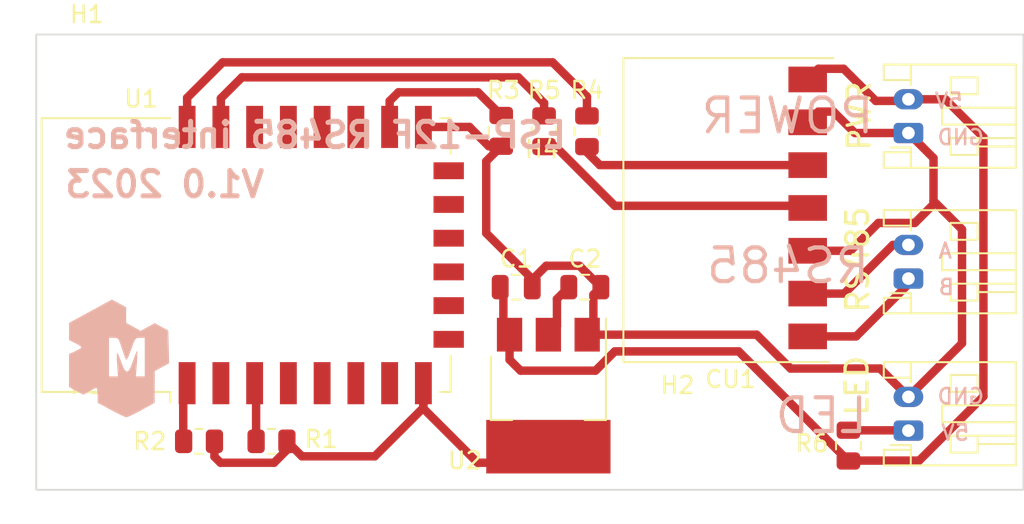
<source format=kicad_pcb>
(kicad_pcb (version 20211014) (generator pcbnew)
  (layers (0 "F.Cu" signal) (31 "B.Cu" signal) (34 "B.Paste" user) (35 "F.Paste" user) (36 "B.SilkS" user "B.Silkscreen") (37 "F.SilkS" user "F.Silkscreen") (38 "B.Mask" user) (39 "F.Mask" user) (44 "Edge.Cuts" user))
  (net 0 "")
  (net 1 "+5V")
  (net 2 "GND")
  (net 3 "+3.3V")
  (net 4 "Net-(CU1-Pad3)")
  (net 5 "Net-(CU1-Pad4)")
  (net 6 "/IN_A")
  (net 7 "/IN_B")
  (net 8 "Net-(R1-Pad2)")
  (net 9 "Net-(R2-Pad2)")
  (net 10 "Net-(R3-Pad1)")
  (net 11 "/ESP_TX")
  (net 12 "/ESP_RX")
  (net 28 "Net-(J3-Pad1)")
  (footprint "-local:R411A01" (layer "F.Cu") (at 114.3 57.404)
    (fp_text reference "CU1" (at 5.842 18.542 unlocked) (layer "F.SilkS"))
    (fp_text value "R411A01")
    (fp_line (start 11.938 -0.508) (end -0.508 -0.508) (layer "F.SilkS") (width 0.12))
    (fp_line (start -0.508 -0.508) (end -0.508 17.526) (layer "F.SilkS") (width 0.12))
    (fp_line (start -0.508 17.526) (end 11.684 17.526) (layer "F.SilkS") (width 0.12))
    (pad "1" smd rect (at 10.414 0.762) (size 2.286 1.524) (layers "F.Cu" "F.Paste" "F.Mask") (net 1 "+5V"))
    (pad "2" smd rect (at 10.414 3.302) (size 2.286 1.524) (layers "F.Cu" "F.Paste" "F.Mask") (net 2 "GND"))
    (pad "3" smd rect (at 10.414 5.842) (size 2.286 1.524) (layers "F.Cu" "F.Paste" "F.Mask") (net 4 "Net-(CU1-Pad3)"))
    (pad "4" smd rect (at 10.414 8.382) (size 2.286 1.524) (layers "F.Cu" "F.Paste" "F.Mask") (net 5 "Net-(CU1-Pad4)"))
    (pad "5" smd rect (at 10.414 10.922) (size 2.286 1.524) (layers "F.Cu" "F.Paste" "F.Mask") (net 2 "GND"))
    (pad "6" smd rect (at 10.414 13.462) (size 2.286 1.524) (layers "F.Cu" "F.Paste" "F.Mask") (net 6 "/IN_A"))
    (pad "7" smd rect (at 10.414 16.002) (size 2.286 1.524) (layers "F.Cu" "F.Paste" "F.Mask") (net 7 "/IN_B"))
  )
  (footprint "Resistor_SMD:R_0805_2012Metric" (layer "F.Cu") (at 106.553 61.214 -90)
    (fp_text reference "R3" (at -2.413 -0.127 180) (layer "F.SilkS"))
    (fp_text value "10k")
    (fp_line (start -0.227064 0.735) (end 0.227064 0.735) (layer "F.SilkS") (width 0.12))
    (fp_line (start -0.227064 -0.735) (end 0.227064 -0.735) (layer "F.SilkS") (width 0.12))
    (pad "1" smd roundrect (at -0.9125 0 270) (size 1.025 1.4) (layers "F.Cu" "F.Paste" "F.Mask") (roundrect_rratio 0.243902) (net 10 "Net-(R3-Pad1)"))
    (pad "2" smd roundrect (at 0.9125 0 270) (size 1.025 1.4) (layers "F.Cu" "F.Paste" "F.Mask") (roundrect_rratio 0.243902) (net 2 "GND"))
  )
  (footprint "Resistor_SMD:R_0805_2012Metric" (layer "F.Cu") (at 92.9405 79.629 180)
    (fp_text reference "R1" (at -2.9445 0.127) (layer "F.SilkS"))
    (fp_text value "10k")
    (fp_line (start -0.227064 -0.735) (end 0.227064 -0.735) (layer "F.SilkS") (width 0.12))
    (fp_line (start -0.227064 0.735) (end 0.227064 0.735) (layer "F.SilkS") (width 0.12))
    (pad "1" smd roundrect (at -0.9125 0 180) (size 1.025 1.4) (layers "F.Cu" "F.Paste" "F.Mask") (roundrect_rratio 0.243902) (net 3 "+3.3V"))
    (pad "2" smd roundrect (at 0.9125 0 180) (size 1.025 1.4) (layers "F.Cu" "F.Paste" "F.Mask") (roundrect_rratio 0.243902) (net 8 "Net-(R1-Pad2)"))
  )
  (footprint "Connector_JST:JST_PH_S2B-PH-K_1x02_P2.00mm_Horizontal" (layer "F.Cu") (at 130.683 61.341 90)
    (fp_text reference "J2")
    (fp_text value "PWR" (at 1.016 -2.921 90) (layer "F.SilkS") (effects (font (size 1.3 1.3) (thickness 0.2))))
    (fp_line (start -0.8 4.1) (end -0.8 6.36) (layer "F.SilkS") (width 0.12))
    (fp_line (start -2.06 -1.46) (end -2.06 6.36) (layer "F.SilkS") (width 0.12))
    (fp_line (start 1.5 2) (end 1.5 6.36) (layer "F.SilkS") (width 0.12))
    (fp_line (start 0.5 2) (end 1.5 2) (layer "F.SilkS") (width 0.12))
    (fp_line (start -1.14 0.14) (end -1.14 -1.46) (layer "F.SilkS") (width 0.12))
    (fp_line (start -0.86 0.14) (end -1.14 0.14) (layer "F.SilkS") (width 0.12))
    (fp_line (start -0.3 4.1) (end -0.3 6.36) (layer "F.SilkS") (width 0.12))
    (fp_line (start -2.06 0.14) (end -1.14 0.14) (layer "F.SilkS") (width 0.12))
    (fp_line (start 4.06 6.36) (end 4.06 -1.46) (layer "F.SilkS") (width 0.12))
    (fp_line (start -1.3 4.1) (end -0.3 4.1) (layer "F.SilkS") (width 0.12))
    (fp_line (start 3.3 2.5) (end 3.3 4.1) (layer "F.SilkS") (width 0.12))
    (fp_line (start 3.3 4.1) (end 2.3 4.1) (layer "F.SilkS") (width 0.12))
    (fp_line (start -1.14 -1.46) (end -2.06 -1.46) (layer "F.SilkS") (width 0.12))
    (fp_line (start 2.3 4.1) (end 2.3 2.5) (layer "F.SilkS") (width 0.12))
    (fp_line (start -0.3 2.5) (end -1.3 2.5) (layer "F.SilkS") (width 0.12))
    (fp_line (start -1.3 2.5) (end -1.3 4.1) (layer "F.SilkS") (width 0.12))
    (fp_line (start 4.06 -1.46) (end 3.14 -1.46) (layer "F.SilkS") (width 0.12))
    (fp_line (start 4.06 0.14) (end 3.14 0.14) (layer "F.SilkS") (width 0.12))
    (fp_line (start -0.86 0.14) (end -0.86 -1.075) (layer "F.SilkS") (width 0.12))
    (fp_line (start 2.3 2.5) (end 3.3 2.5) (layer "F.SilkS") (width 0.12))
    (fp_line (start 0.5 6.36) (end 0.5 2) (layer "F.SilkS") (width 0.12))
    (fp_line (start -0.3 4.1) (end -0.3 2.5) (layer "F.SilkS") (width 0.12))
    (fp_line (start -2.06 6.36) (end 4.06 6.36) (layer "F.SilkS") (width 0.12))
    (fp_line (start 3.14 0.14) (end 2.86 0.14) (layer "F.SilkS") (width 0.12))
    (fp_line (start 3.14 -1.46) (end 3.14 0.14) (layer "F.SilkS") (width 0.12))
    (pad "1" thru_hole roundrect (at 0 0 90) (size 1.2 1.75) (drill 0.75) (layers *.Cu *.Mask) (roundrect_rratio 0.208333) (net 2 "GND"))
    (pad "2" thru_hole oval (at 2 0 90) (size 1.2 1.75) (drill 0.75) (layers *.Cu *.Mask) (net 1 "+5V"))
  )
  (footprint "Resistor_SMD:R_0805_2012Metric" (layer "F.Cu") (at 109.093 61.2375 -90)
    (fp_text reference "R5" (at -2.4365 0 180) (layer "F.SilkS"))
    (fp_text value "0")
    (fp_line (start -0.227064 -0.735) (end 0.227064 -0.735) (layer "F.SilkS") (width 0.12))
    (fp_line (start -0.227064 0.735) (end 0.227064 0.735) (layer "F.SilkS") (width 0.12))
    (pad "1" smd roundrect (at -0.9125 0 270) (size 1.025 1.4) (layers "F.Cu" "F.Paste" "F.Mask") (roundrect_rratio 0.243902) (net 12 "/ESP_RX"))
    (pad "2" smd roundrect (at 0.9125 0 270) (size 1.025 1.4) (layers "F.Cu" "F.Paste" "F.Mask") (roundrect_rratio 0.243902) (net 5 "Net-(CU1-Pad4)"))
  )
  (footprint "MountingHole:MountingHole_2.7mm" (layer "F.Cu") (at 117 80)
    (fp_text reference "H2" (at 0 -3.7) (layer "F.SilkS"))
    (fp_text value "MountingHole")
    (pad "" np_thru_hole circle (at 0 0) (size 2.7 2.7) (drill 2.7) (layers *.Cu *.Mask))
  )
  (footprint "Resistor_SMD:R_0805_2012Metric" (layer "F.Cu") (at 127.127 79.883 90)
    (fp_text reference "R6" (at 0.127 -2.159 180) (layer "F.SilkS"))
    (fp_text value "0")
    (fp_line (start -0.227064 -0.735) (end 0.227064 -0.735) (layer "F.SilkS") (width 0.12))
    (fp_line (start -0.227064 0.735) (end 0.227064 0.735) (layer "F.SilkS") (width 0.12))
    (pad "1" smd roundrect (at -0.9125 0 90) (size 1.025 1.4) (layers "F.Cu" "F.Paste" "F.Mask") (roundrect_rratio 0.243902) (net 1 "+5V"))
    (pad "2" smd roundrect (at 0.9125 0 90) (size 1.025 1.4) (layers "F.Cu" "F.Paste" "F.Mask") (roundrect_rratio 0.243902) (net 28 "Net-(J3-Pad1)"))
  )
  (footprint "MountingHole:MountingHole_2.7mm" (layer "F.Cu") (at 108.966 66)
    (fp_text reference "H4" (at 0 -3.7) (layer "F.SilkS"))
    (fp_text value "MountingHole")
    (pad "" np_thru_hole circle (at 0 0) (size 2.7 2.7) (drill 2.7) (layers *.Cu *.Mask))
  )
  (footprint "Resistor_SMD:R_0805_2012Metric" (layer "F.Cu") (at 111.633 61.2375 -90)
    (fp_text reference "R4" (at -2.4365 0 180) (layer "F.SilkS"))
    (fp_text value "0")
    (fp_line (start -0.227064 0.735) (end 0.227064 0.735) (layer "F.SilkS") (width 0.12))
    (fp_line (start -0.227064 -0.735) (end 0.227064 -0.735) (layer "F.SilkS") (width 0.12))
    (pad "1" smd roundrect (at -0.9125 0 270) (size 1.025 1.4) (layers "F.Cu" "F.Paste" "F.Mask") (roundrect_rratio 0.243902) (net 11 "/ESP_TX"))
    (pad "2" smd roundrect (at 0.9125 0 270) (size 1.025 1.4) (layers "F.Cu" "F.Paste" "F.Mask") (roundrect_rratio 0.243902) (net 4 "Net-(CU1-Pad3)"))
  )
  (footprint "MountingHole:MountingHole_2.7mm" (layer "F.Cu") (at 82 80)
    (fp_text reference "H3" (at 0 -3.7) (layer "F.SilkS"))
    (fp_text value "MountingHole")
    (pad "" np_thru_hole circle (at 0 0) (size 2.7 2.7) (drill 2.7) (layers *.Cu *.Mask))
  )
  (footprint "Package_TO_SOT_SMD:SOT-223-3_TabPin2" (layer "F.Cu") (at 109.347 76.454 -90)
    (fp_text reference "U2" (at 4.318 4.953 180) (layer "F.SilkS"))
    (fp_text value "AMS1117-3.3")
    (fp_line (start -1.85 3.41) (end 1.91 3.41) (layer "F.SilkS") (width 0.12))
    (fp_line (start 1.91 3.41) (end 1.91 2.15) (layer "F.SilkS") (width 0.12))
    (fp_line (start 1.91 -3.41) (end 1.91 -2.15) (layer "F.SilkS") (width 0.12))
    (fp_line (start -4.1 -3.41) (end 1.91 -3.41) (layer "F.SilkS") (width 0.12))
    (pad "1" smd rect (at -3.15 -2.3 270) (size 2 1.5) (layers "F.Cu" "F.Paste" "F.Mask") (net 2 "GND"))
    (pad "2" smd rect (at -3.15 0 270) (size 2 1.5) (layers "F.Cu" "F.Paste" "F.Mask") (net 3 "+3.3V"))
    (pad "2" smd rect (at 3.15 0 270) (size 2 3.8) (layers "F.Cu" "F.Paste" "F.Mask") (net 3 "+3.3V"))
    (pad "3" smd rect (at -3.15 2.3 270) (size 2 1.5) (layers "F.Cu" "F.Paste" "F.Mask") (net 1 "+5V"))
  )
  (footprint "Connector_JST:JST_PH_S2B-PH-K_1x02_P2.00mm_Horizontal" (layer "F.Cu") (at 130.683 69.977 90)
    (fp_text reference "J1")
    (fp_text value "RS485" (at 1.127 -3.011 90) (layer "F.SilkS") (effects (font (size 1.3 1.3) (thickness 0.2))))
    (fp_line (start 3.14 0.14) (end 2.86 0.14) (layer "F.SilkS") (width 0.12))
    (fp_line (start -1.14 -1.46) (end -2.06 -1.46) (layer "F.SilkS") (width 0.12))
    (fp_line (start 4.06 6.36) (end 4.06 -1.46) (layer "F.SilkS") (width 0.12))
    (fp_line (start -1.3 4.1) (end -0.3 4.1) (layer "F.SilkS") (width 0.12))
    (fp_line (start -1.3 2.5) (end -1.3 4.1) (layer "F.SilkS") (width 0.12))
    (fp_line (start 4.06 0.14) (end 3.14 0.14) (layer "F.SilkS") (width 0.12))
    (fp_line (start 4.06 -1.46) (end 3.14 -1.46) (layer "F.SilkS") (width 0.12))
    (fp_line (start -0.86 0.14) (end -1.14 0.14) (layer "F.SilkS") (width 0.12))
    (fp_line (start 3.3 4.1) (end 2.3 4.1) (layer "F.SilkS") (width 0.12))
    (fp_line (start -0.3 4.1) (end -0.3 6.36) (layer "F.SilkS") (width 0.12))
    (fp_line (start 0.5 6.36) (end 0.5 2) (layer "F.SilkS") (width 0.12))
    (fp_line (start -0.3 4.1) (end -0.3 2.5) (layer "F.SilkS") (width 0.12))
    (fp_line (start -1.14 0.14) (end -1.14 -1.46) (layer "F.SilkS") (width 0.12))
    (fp_line (start 2.3 2.5) (end 3.3 2.5) (layer "F.SilkS") (width 0.12))
    (fp_line (start 3.14 -1.46) (end 3.14 0.14) (layer "F.SilkS") (width 0.12))
    (fp_line (start 1.5 2) (end 1.5 6.36) (layer "F.SilkS") (width 0.12))
    (fp_line (start -2.06 0.14) (end -1.14 0.14) (layer "F.SilkS") (width 0.12))
    (fp_line (start -0.8 4.1) (end -0.8 6.36) (layer "F.SilkS") (width 0.12))
    (fp_line (start -2.06 -1.46) (end -2.06 6.36) (layer "F.SilkS") (width 0.12))
    (fp_line (start 0.5 2) (end 1.5 2) (layer "F.SilkS") (width 0.12))
    (fp_line (start 3.3 2.5) (end 3.3 4.1) (layer "F.SilkS") (width 0.12))
    (fp_line (start -0.3 2.5) (end -1.3 2.5) (layer "F.SilkS") (width 0.12))
    (fp_line (start -0.86 0.14) (end -0.86 -1.075) (layer "F.SilkS") (width 0.12))
    (fp_line (start 2.3 4.1) (end 2.3 2.5) (layer "F.SilkS") (width 0.12))
    (fp_line (start -2.06 6.36) (end 4.06 6.36) (layer "F.SilkS") (width 0.12))
    (pad "1" thru_hole roundrect (at 0 0 90) (size 1.2 1.75) (drill 0.75) (layers *.Cu *.Mask) (roundrect_rratio 0.208333) (net 7 "/IN_B"))
    (pad "2" thru_hole oval (at 2 0 90) (size 1.2 1.75) (drill 0.75) (layers *.Cu *.Mask) (net 6 "/IN_A"))
  )
  (footprint "RF_Module:ESP-12E" (layer "F.Cu") (at 91.44 68.58 90)
    (fp_text reference "U1" (at 9.271 -6.223 180) (layer "F.SilkS"))
    (fp_text value "ESP-12F")
    (fp_line (start -8.12 -4.5) (end -8.73 -4.5) (layer "F.SilkS") (width 0.12))
    (fp_line (start 8.12 11.5) (end 8.12 12.12) (layer "F.SilkS") (width 0.12))
    (fp_line (start 8.12 12.12) (end 6 12.12) (layer "F.SilkS") (width 0.12))
    (fp_line (start -8.12 -12.12) (end 8.12 -12.12) (layer "F.SilkS") (width 0.12))
    (fp_line (start -8.12 12.12) (end -8.12 11.5) (layer "F.SilkS") (width 0.12))
    (fp_line (start -8.12 -4.5) (end -8.12 -12.12) (layer "F.SilkS") (width 0.12))
    (fp_line (start 8.12 -12.12) (end 8.12 -4.5) (layer "F.SilkS") (width 0.12))
    (fp_line (start -6 12.12) (end -8.12 12.12) (layer "F.SilkS") (width 0.12))
    (pad "1" smd rect (at -7.6 -3.5 90) (size 2.5 1) (layers "F.Cu" "F.Paste" "F.Mask") (net 9 "Net-(R2-Pad2)"))
    (pad "2" smd rect (at -7.6 -1.5 90) (size 2.5 1) (layers "F.Cu" "F.Paste" "F.Mask"))
    (pad "3" smd rect (at -7.6 0.5 90) (size 2.5 1) (layers "F.Cu" "F.Paste" "F.Mask") (net 8 "Net-(R1-Pad2)"))
    (pad "4" smd rect (at -7.6 2.5 90) (size 2.5 1) (layers "F.Cu" "F.Paste" "F.Mask"))
    (pad "5" smd rect (at -7.6 4.5 90) (size 2.5 1) (layers "F.Cu" "F.Paste" "F.Mask"))
    (pad "6" smd rect (at -7.6 6.5 90) (size 2.5 1) (layers "F.Cu" "F.Paste" "F.Mask"))
    (pad "7" smd rect (at -7.6 8.5 90) (size 2.5 1) (layers "F.Cu" "F.Paste" "F.Mask"))
    (pad "8" smd rect (at -7.6 10.5 90) (size 2.5 1) (layers "F.Cu" "F.Paste" "F.Mask") (net 3 "+3.3V"))
    (pad "9" smd rect (at -5 12 90) (size 1 1.8) (layers "F.Cu" "F.Paste" "F.Mask"))
    (pad "10" smd rect (at -3 12 90) (size 1 1.8) (layers "F.Cu" "F.Paste" "F.Mask"))
    (pad "11" smd rect (at -1 12 90) (size 1 1.8) (layers "F.Cu" "F.Paste" "F.Mask"))
    (pad "12" smd rect (at 1 12 90) (size 1 1.8) (layers "F.Cu" "F.Paste" "F.Mask"))
    (pad "13" smd rect (at 3 12 90) (size 1 1.8) (layers "F.Cu" "F.Paste" "F.Mask"))
    (pad "14" smd rect (at 5 12 90) (size 1 1.8) (layers "F.Cu" "F.Paste" "F.Mask"))
    (pad "15" smd rect (at 7.6 10.5 90) (size 2.5 1) (layers "F.Cu" "F.Paste" "F.Mask") (net 2 "GND"))
    (pad "16" smd rect (at 7.6 8.5 90) (size 2.5 1) (layers "F.Cu" "F.Paste" "F.Mask") (net 10 "Net-(R3-Pad1)"))
    (pad "17" smd rect (at 7.6 6.5 90) (size 2.5 1) (layers "F.Cu" "F.Paste" "F.Mask"))
    (pad "18" smd rect (at 7.6 4.5 90) (size 2.5 1) (layers "F.Cu" "F.Paste" "F.Mask"))
    (pad "19" smd rect (at 7.6 2.5 90) (size 2.5 1) (layers "F.Cu" "F.Paste" "F.Mask"))
    (pad "20" smd rect (at 7.6 0.5 90) (size 2.5 1) (layers "F.Cu" "F.Paste" "F.Mask"))
    (pad "21" smd rect (at 7.6 -1.5 90) (size 2.5 1) (layers "F.Cu" "F.Paste" "F.Mask") (net 12 "/ESP_RX"))
    (pad "22" smd rect (at 7.6 -3.5 90) (size 2.5 1) (layers "F.Cu" "F.Paste" "F.Mask") (net 11 "/ESP_TX"))
    (zone (net 0) (net_name "") (layers *.Cu) (connect_pads (clearance 0)) (min_thickness 0.254)
      (keepout (tracks not_allowed) (vias not_allowed) (pads not_allowed) (copperpour not_allowed) (footprints not_allowed))
      (fill (thermal_gap 0.508) (thermal_bridge_width 0.508))
      (polygon (pts (xy 86.64 76.7) (xy 86.64 60.46) (xy 79.32 60.46) (xy 79.32 76.7)))
    )
  )
  (footprint "Connector_JST:JST_PH_S2B-PH-K_1x02_P2.00mm_Horizontal" (layer "F.Cu") (at 130.683 78.994 90)
    (fp_text reference "J3")
    (fp_text value "LED" (at 2.667 -3.048 90) (layer "F.SilkS") (effects (font (size 1.3 1.3) (thickness 0.2))))
    (fp_line (start 4.06 0.14) (end 3.14 0.14) (layer "F.SilkS") (width 0.12))
    (fp_line (start 4.06 -1.46) (end 3.14 -1.46) (layer "F.SilkS") (width 0.12))
    (fp_line (start -1.3 2.5) (end -1.3 4.1) (layer "F.SilkS") (width 0.12))
    (fp_line (start -0.86 0.14) (end -0.86 -1.075) (layer "F.SilkS") (width 0.12))
    (fp_line (start 3.14 -1.46) (end 3.14 0.14) (layer "F.SilkS") (width 0.12))
    (fp_line (start -0.3 4.1) (end -0.3 6.36) (layer "F.SilkS") (width 0.12))
    (fp_line (start 3.3 4.1) (end 2.3 4.1) (layer "F.SilkS") (width 0.12))
    (fp_line (start 0.5 6.36) (end 0.5 2) (layer "F.SilkS") (width 0.12))
    (fp_line (start -2.06 6.36) (end 4.06 6.36) (layer "F.SilkS") (width 0.12))
    (fp_line (start 1.5 2) (end 1.5 6.36) (layer "F.SilkS") (width 0.12))
    (fp_line (start -2.06 0.14) (end -1.14 0.14) (layer "F.SilkS") (width 0.12))
    (fp_line (start -1.14 -1.46) (end -2.06 -1.46) (layer "F.SilkS") (width 0.12))
    (fp_line (start -1.14 0.14) (end -1.14 -1.46) (layer "F.SilkS") (width 0.12))
    (fp_line (start -0.86 0.14) (end -1.14 0.14) (layer "F.SilkS") (width 0.12))
    (fp_line (start 2.3 2.5) (end 3.3 2.5) (layer "F.SilkS") (width 0.12))
    (fp_line (start -0.3 2.5) (end -1.3 2.5) (layer "F.SilkS") (width 0.12))
    (fp_line (start 3.3 2.5) (end 3.3 4.1) (layer "F.SilkS") (width 0.12))
    (fp_line (start 0.5 2) (end 1.5 2) (layer "F.SilkS") (width 0.12))
    (fp_line (start -0.3 4.1) (end -0.3 2.5) (layer "F.SilkS") (width 0.12))
    (fp_line (start -0.8 4.1) (end -0.8 6.36) (layer "F.SilkS") (width 0.12))
    (fp_line (start -2.06 -1.46) (end -2.06 6.36) (layer "F.SilkS") (width 0.12))
    (fp_line (start 3.14 0.14) (end 2.86 0.14) (layer "F.SilkS") (width 0.12))
    (fp_line (start 2.3 4.1) (end 2.3 2.5) (layer "F.SilkS") (width 0.12))
    (fp_line (start -1.3 4.1) (end -0.3 4.1) (layer "F.SilkS") (width 0.12))
    (fp_line (start 4.06 6.36) (end 4.06 -1.46) (layer "F.SilkS") (width 0.12))
    (pad "1" thru_hole roundrect (at 0 0 90) (size 1.2 1.75) (drill 0.75) (layers *.Cu *.Mask) (roundrect_rratio 0.208333) (net 28 "Net-(J3-Pad1)"))
    (pad "2" thru_hole oval (at 2 0 90) (size 1.2 1.75) (drill 0.75) (layers *.Cu *.Mask) (net 2 "GND"))
  )
  (footprint "Capacitor_SMD:C_0805_2012Metric" (layer "F.Cu") (at 107.442 70.485)
    (fp_text reference "C1" (at 0 -1.68) (layer "F.SilkS"))
    (fp_text value "10u")
    (fp_line (start -0.261252 -0.735) (end 0.261252 -0.735) (layer "F.SilkS") (width 0.12))
    (fp_line (start -0.261252 0.735) (end 0.261252 0.735) (layer "F.SilkS") (width 0.12))
    (pad "1" smd roundrect (at -0.95 0) (size 1 1.45) (layers "F.Cu" "F.Paste" "F.Mask") (net 1 "+5V"))
    (pad "2" smd roundrect (at 0.95 0) (size 1 1.45) (layers "F.Cu" "F.Paste" "F.Mask") (net 2 "GND"))
  )
  (footprint "MountingHole:MountingHole_2.7mm" (layer "F.Cu") (at 82 58)
    (fp_text reference "H1" (at 0 -3.7) (layer "F.SilkS"))
    (fp_text value "MountingHole")
    (pad "" np_thru_hole circle (at -0.042 0) (size 2.7 2.7) (drill 2.7) (layers F&B.Cu *.Mask))
  )
  (footprint "Resistor_SMD:R_0805_2012Metric" (layer "F.Cu") (at 88.646 79.629 180)
    (fp_text reference "R2" (at 2.921 0) (layer "F.SilkS"))
    (fp_text value "10k")
    (fp_line (start -0.227064 0.735) (end 0.227064 0.735) (layer "F.SilkS") (width 0.12))
    (fp_line (start -0.227064 -0.735) (end 0.227064 -0.735) (layer "F.SilkS") (width 0.12))
    (pad "1" smd roundrect (at -0.9125 0 180) (size 1.025 1.4) (layers "F.Cu" "F.Paste" "F.Mask") (roundrect_rratio 0.243902) (net 3 "+3.3V"))
    (pad "2" smd roundrect (at 0.9125 0 180) (size 1.025 1.4) (layers "F.Cu" "F.Paste" "F.Mask") (roundrect_rratio 0.243902) (net 9 "Net-(R2-Pad2)"))
  )
  (footprint "Capacitor_SMD:C_0805_2012Metric" (layer "F.Cu") (at 111.506 70.485)
    (fp_text reference "C2" (at 0 -1.68) (layer "F.SilkS"))
    (fp_text value "10u")
    (fp_line (start -0.261252 -0.735) (end 0.261252 -0.735) (layer "F.SilkS") (width 0.12))
    (fp_line (start -0.261252 0.735) (end 0.261252 0.735) (layer "F.SilkS") (width 0.12))
    (pad "1" smd roundrect (at -0.95 0) (size 1 1.45) (layers "F.Cu" "F.Paste" "F.Mask") (net 3 "+3.3V"))
    (pad "2" smd roundrect (at 0.95 0) (size 1 1.45) (layers "F.Cu" "F.Paste" "F.Mask") (net 2 "GND"))
  )
  (footprint "-local:logo_kms_small_silkscreen" (layer "B.Cu") (at 84.328 74.676 180)
    (fp_text reference "G***" hide)
    (fp_text value "LOGO" hide)
    (fp_poly (pts (xy 2.116877 2.764724) (xy 3.383025 2.074333) (xy 3.384846 1.562038) (xy 3.386667 1.049742) (xy 3.001301 0.862517) (xy 2.790526 0.744233) (xy 2.670184 0.645099) (xy 2.658544 0.606349) (xy 2.756204 0.53197) (xy 2.951559 0.426272) (xy 3.04391 0.382844) (xy 3.386667 0.228282) (xy 3.385955 -0.753692) (xy 3.385242 -1.735667) (xy 2.958732 -1.961382) (xy 2.532222 -2.187098) (xy 2.176278 -1.983569) (xy 1.955571 -1.864108) (xy 1.796662 -1.790367) (xy 1.756834 -1.77902) (xy 1.721214 -1.854803) (xy 1.697798 -2.050556) (xy 1.692499 -2.2225) (xy 1.691665 -2.667) (xy 0.909333 -3.090334) (xy 0.572241 -3.267716) (xy 0.281728 -3.411355) (xy 0.075183 -3.503285) (xy 0 -3.527314) (xy -0.123164 -3.493503) (xy -0.355769 -3.391419) (xy -0.661039 -3.238198) (xy -0.908502 -3.10398) (xy -1.690003 -2.667) (xy -1.69278 -1.100667) (xy -1.100666 -1.100667) (xy -0.57469 -1.100667) (xy -0.635467 -0.3175) (xy -0.656467 0.015334) (xy -0.662989 0.266572) (xy -0.654674 0.4023) (xy -0.643244 0.415066) (xy -0.591922 0.31503) (xy -0.506157 0.098671) (xy -0.403589 -0.189211) (xy -0.393179 -0.219934) (xy -0.253409 -0.583479) (xy -0.129647 -0.781514) (xy -0.013063 -0.816032) (xy 0.105175 -0.689025) (xy 0.233899 -0.402484) (xy 0.247907 -0.364532) (xy 0.389806 0.016194) (xy 0.484588 0.237516) (xy 0.539083 0.300543) (xy 0.56012 0.206382) (xy 0.554529 -0.043861) (xy 0.53802 -0.3175) (xy 0.486159 -1.100667) (xy 1.016 -1.100667) (xy 1.016 1.185333) (xy 0.734573 1.185333) (xy 0.592127 1.178256) (xy 0.494874 1.134867) (xy 0.417781 1.021929) (xy 0.335814 0.806205) (xy 0.25236 0.545104) (xy 0.151022 0.23986) (xy 0.062012 0.003481) (xy 0.001326 -0.122357) (xy -0.007325 -0.131527) (xy -0.059519 -0.074492) (xy -0.148137 0.109023) (xy -0.257282 0.38445) (xy -0.301766 0.508702) (xy -0.419082 0.837342) (xy -0.50633 1.037477) (xy -0.587853 1.140954) (xy -0.687997 1.179621) (xy -0.818987 1.185333) (xy -1.100666 1.185333) (xy -1.100666 -1.100667) (xy -1.69278 -1.100667) (xy -1.693333 -0.788912) (xy -2.119295 -0.557074) (xy -2.545257 -0.325237) (xy -2.521462 0.64663) (xy -2.497666 1.618497) (xy -1.694762 2.059689) (xy -0.856296 1.603339) (xy -0.00244 2.074333) (xy -0.000508 2.54) (xy 0.001425 3.005666) (xy 0.426076 3.230391) (xy 0.850728 3.455115)) (layer "B.SilkS") (width 0) (fill solid))
  )
  (gr_rect (start 79 55.5) (end 137.5 82.5) (layer "Edge.Cuts") (width 0.1) (fill none))
  (gr_text "POWER" (at 128.778 60.325) (layer "B.SilkS") (effects (font (size 2 2) (thickness 0.25)) (justify left mirror)))
  (gr_text "LED" (at 128.397 78.105) (layer "B.SilkS") (effects (font (size 2 2) (thickness 0.25)) (justify left mirror)))
  (gr_text "RS485" (at 128.524 69.215) (layer "B.SilkS") (effects (font (size 2 2) (thickness 0.25)) (justify left mirror)))
  (gr_text "GND" (at 135.255 76.962) (layer "B.SilkS") (effects (font (size 0.9 0.9)) (justify left mirror)))
  (gr_text "A" (at 133.35 68.326) (layer "B.SilkS") (effects (font (size 0.9 0.9)) (justify left mirror)))
  (gr_text "GND" (at 135.255 61.595) (layer "B.SilkS") (effects (font (size 0.9 0.9)) (justify left mirror)))
  (gr_text "V1.0 2023" (at 86.614 64.389) (layer "B.SilkS") (effects (font (size 1.5 1.5) (thickness 0.3)) (justify mirror)))
  (gr_text "5V" (at 133.985 59.436) (layer "B.SilkS") (effects (font (size 0.9 0.9)) (justify left mirror)))
  (gr_text "ESP-12F RS485 interface" (at 95.504 61.468) (layer "B.SilkS") (effects (font (size 1.5 1.5) (thickness 0.3)) (justify mirror)))
  (gr_text "B" (at 133.477 70.485) (layer "B.SilkS") (effects (font (size 0.9 0.9)) (justify left mirror)))
  (gr_text "5V" (at 134.366 79.121) (layer "B.SilkS") (effects (font (size 0.9 0.9)) (justify left mirror)))
  (segment (start 107.047 74.789) (end 107.696 75.438) (width 0.5) (layer "F.Cu") (net 1))
  (segment (start 127.1505 80.772) (end 127.127 80.7955) (width 0.5) (layer "F.Cu") (net 1))
  (segment (start 106.68 70.673) (end 106.492 70.485) (width 0.5) (layer "F.Cu") (net 1))
  (segment (start 132.874 59.341) (end 135.128 61.595) (width 0.5) (layer "F.Cu") (net 1))
  (segment (start 130.683 59.341) (end 132.874 59.341) (width 0.5) (layer "F.Cu") (net 1))
  (segment (start 107.696 75.438) (end 112.141 75.438) (width 0.5) (layer "F.Cu") (net 1))
  (segment (start 106.68 72.937) (end 106.68 70.673) (width 0.5) (layer "F.Cu") (net 1))
  (segment (start 135.128 76.962) (end 131.318 80.772) (width 0.5) (layer "F.Cu") (net 1))
  (segment (start 107.047 73.304) (end 106.68 72.937) (width 0.5) (layer "F.Cu") (net 1))
  (segment (start 107.047 73.304) (end 107.047 74.789) (width 0.5) (layer "F.Cu") (net 1))
  (segment (start 126.841 57.531) (end 125.349 57.531) (width 0.5) (layer "F.Cu") (net 1))
  (segment (start 128.746 59.436) (end 126.841 57.531) (width 0.5) (layer "F.Cu") (net 1))
  (segment (start 120.6265 74.295) (end 127.127 80.7955) (width 0.5) (layer "F.Cu") (net 1))
  (segment (start 135.128 61.595) (end 135.128 76.962) (width 0.5) (layer "F.Cu") (net 1))
  (segment (start 130.683 59.341) (end 130.588 59.436) (width 0.5) (layer "F.Cu") (net 1))
  (segment (start 131.318 80.772) (end 127.1505 80.772) (width 0.5) (layer "F.Cu") (net 1))
  (segment (start 112.141 75.438) (end 113.284 74.295) (width 0.5) (layer "F.Cu") (net 1))
  (segment (start 113.284 74.295) (end 120.6265 74.295) (width 0.5) (layer "F.Cu") (net 1))
  (segment (start 125.349 57.531) (end 124.714 58.166) (width 0.5) (layer "F.Cu") (net 1))
  (segment (start 130.588 59.436) (end 128.746 59.436) (width 0.5) (layer "F.Cu") (net 1))
  (segment (start 130.683 76.994) (end 129 75.311) (width 0.5) (layer "F.Cu") (net 2))
  (segment (start 121.691 73.304) (end 111.647 73.304) (width 0.5) (layer "F.Cu") (net 2))
  (segment (start 105.664 67.2795) (end 105.664 63.0155) (width 0.5) (layer "F.Cu") (net 2))
  (segment (start 126.238 60.071) (end 125.349 60.071) (width 0.5) (layer "F.Cu") (net 2))
  (segment (start 133.858 73.819) (end 130.683 76.994) (width 0.5) (layer "F.Cu") (net 2))
  (segment (start 112.014 70.927) (end 112.014 72.937) (width 0.5) (layer "F.Cu") (net 2))
  (segment (start 105.664 63.0155) (end 106.553 62.1265) (width 0.5) (layer "F.Cu") (net 2))
  (segment (start 112.014 72.937) (end 111.647 73.304) (width 0.5) (layer "F.Cu") (net 2))
  (segment (start 108.392 70.485) (end 108.392 70.0075) (width 0.5) (layer "F.Cu") (net 2))
  (segment (start 108.392 70.485) (end 108.392 70.043) (width 0.5) (layer "F.Cu") (net 2))
  (segment (start 132.17 65.569) (end 132.17 65.368) (width 0.5) (layer "F.Cu") (net 2))
  (segment (start 108.392 70.297) (end 108.58 70.297) (width 0.5) (layer "F.Cu") (net 2))
  (segment (start 129 75.311) (end 123.698 75.311) (width 0.5) (layer "F.Cu") (net 2))
  (segment (start 108.392 70.485) (end 108.331 70.424) (width 0.5) (layer "F.Cu") (net 2))
  (segment (start 127.508 61.341) (end 126.238 60.071) (width 0.5) (layer "F.Cu") (net 2))
  (segment (start 105.8145 62.1265) (end 104.668 60.98) (width 0.5) (layer "F.Cu") (net 2))
  (segment (start 130.683 61.341) (end 127.508 61.341) (width 0.5) (layer "F.Cu") (net 2))
  (segment (start 127.254 68.326) (end 128.905 66.675) (width 0.5) (layer "F.Cu") (net 2))
  (segment (start 133.858 67.056) (end 133.858 73.819) (width 0.5) (layer "F.Cu") (net 2))
  (segment (start 112.522 70.419) (end 112.456 70.485) (width 0.5) (layer "F.Cu") (net 2))
  (segment (start 125.349 60.071) (end 124.714 60.706) (width 0.5) (layer "F.Cu") (net 2))
  (segment (start 132.17 65.368) (end 133.858 67.056) (width 0.5) (layer "F.Cu") (net 2))
  (segment (start 112.456 70.485) (end 112.014 70.927) (width 0.5) (layer "F.Cu") (net 2))
  (segment (start 108.392 70.0075) (end 105.664 67.2795) (width 0.5) (layer "F.Cu") (net 2))
  (segment (start 131.064 66.675) (end 132.17 65.569) (width 0.5) (layer "F.Cu") (net 2))
  (segment (start 123.698 75.311) (end 121.691 73.304) (width 0.5) (layer "F.Cu") (net 2))
  (segment (start 108.392 70.043) (end 109.22 69.215) (width 0.5) (layer "F.Cu") (net 2))
  (segment (start 124.714 68.326) (end 127.254 68.326) (width 0.5) (layer "F.Cu") (net 2))
  (segment (start 109.22 69.215) (end 111.186 69.215) (width 0.5) (layer "F.Cu") (net 2))
  (segment (start 106.553 62.1265) (end 105.8145 62.1265) (width 0.5) (layer "F.Cu") (net 2))
  (segment (start 104.668 60.98) (end 101.94 60.98) (width 0.5) (layer "F.Cu") (net 2))
  (segment (start 128.905 66.675) (end 131.064 66.675) (width 0.5) (layer "F.Cu") (net 2))
  (segment (start 132.17 62.828) (end 132.17 65.368) (width 0.5) (layer "F.Cu") (net 2))
  (segment (start 130.683 61.341) (end 132.17 62.828) (width 0.5) (layer "F.Cu") (net 2))
  (segment (start 111.186 69.215) (end 112.456 70.485) (width 0.5) (layer "F.Cu") (net 2))
  (segment (start 109.855 71.186) (end 109.855 72.796) (width 0.5) (layer "F.Cu") (net 3))
  (segment (start 101.94 77.638) (end 101.94 76.18) (width 0.5) (layer "F.Cu") (net 3))
  (segment (start 109.347 79.604) (end 108.052 80.899) (width 0.5) (layer "F.Cu") (net 3))
  (segment (start 93.853 79.629) (end 94.742 80.518) (width 0.5) (layer "F.Cu") (net 3))
  (segment (start 108.052 80.899) (end 105.156 80.899) (width 0.5) (layer "F.Cu") (net 3))
  (segment (start 99.06 80.518) (end 101.94 77.638) (width 0.5) (layer "F.Cu") (net 3))
  (segment (start 89.5585 79.629) (end 89.5585 80.5415) (width 0.5) (layer "F.Cu") (net 3))
  (segment (start 105.156 80.899) (end 101.94 77.683) (width 0.5) (layer "F.Cu") (net 3))
  (segment (start 101.94 77.683) (end 101.94 76.18) (width 0.5) (layer "F.Cu") (net 3))
  (segment (start 110.556 70.485) (end 109.855 71.186) (width 0.5) (layer "F.Cu") (net 3))
  (segment (start 89.916 80.899) (end 93.091 80.899) (width 0.5) (layer "F.Cu") (net 3))
  (segment (start 94.742 80.518) (end 99.06 80.518) (width 0.5) (layer "F.Cu") (net 3))
  (segment (start 93.091 80.899) (end 93.853 80.137) (width 0.5) (layer "F.Cu") (net 3))
  (segment (start 101.94 77.556) (end 101.94 76.18) (width 0.5) (layer "F.Cu") (net 3))
  (segment (start 93.853 80.137) (end 93.853 79.629) (width 0.5) (layer "F.Cu") (net 3))
  (segment (start 89.5585 80.5415) (end 89.916 80.899) (width 0.5) (layer "F.Cu") (net 3))
  (segment (start 109.855 72.796) (end 109.347 73.304) (width 0.5) (layer "F.Cu") (net 3))
  (segment (start 111.633 62.15) (end 111.633 62.484) (width 0.5) (layer "F.Cu") (net 4))
  (segment (start 112.395 63.246) (end 124.714 63.246) (width 0.5) (layer "F.Cu") (net 4))
  (segment (start 111.633 62.484) (end 112.395 63.246) (width 0.5) (layer "F.Cu") (net 4))
  (segment (start 124.714 63.246) (end 125.349 63.246) (width 0.5) (layer "F.Cu") (net 4))
  (segment (start 124.587 65.659) (end 124.714 65.786) (width 0.5) (layer "F.Cu") (net 5))
  (segment (start 113.284 65.659) (end 124.587 65.659) (width 0.5) (layer "F.Cu") (net 5))
  (segment (start 109.775 62.15) (end 113.284 65.659) (width 0.5) (layer "F.Cu") (net 5))
  (segment (start 109.093 62.15) (end 109.775 62.15) (width 0.5) (layer "F.Cu") (net 5))
  (segment (start 124.714 65.786) (end 125.349 65.786) (width 0.5) (layer "F.Cu") (net 5))
  (segment (start 126.873 70.866) (end 129.762 67.977) (width 0.5) (layer "F.Cu") (net 6))
  (segment (start 124.714 70.866) (end 126.873 70.866) (width 0.5) (layer "F.Cu") (net 6))
  (segment (start 129.762 67.977) (end 130.683 67.977) (width 0.5) (layer "F.Cu") (net 6))
  (segment (start 127.582 73.406) (end 130.683 70.305) (width 0.5) (layer "F.Cu") (net 7))
  (segment (start 130.683 70.305) (end 130.683 69.977) (width 0.5) (layer "F.Cu") (net 7))
  (segment (start 124.714 73.406) (end 127.582 73.406) (width 0.5) (layer "F.Cu") (net 7))
  (segment (start 92.028 79.629) (end 92.028 76.268) (width 0.5) (layer "F.Cu") (net 8))
  (segment (start 92.028 76.268) (end 91.94 76.18) (width 0.5) (layer "F.Cu") (net 8))
  (segment (start 87.7335 79.629) (end 87.71 79.6055) (width 0.5) (layer "F.Cu") (net 9))
  (segment (start 87.71 76.41) (end 87.94 76.18) (width 0.5) (layer "F.Cu") (net 9))
  (segment (start 87.71 79.6055) (end 87.71 76.41) (width 0.5) (layer "F.Cu") (net 9))
  (segment (start 106.553 60.3015) (end 105.1795 58.928) (width 0.5) (layer "F.Cu") (net 10))
  (segment (start 105.1795 58.928) (end 100.457 58.928) (width 0.5) (layer "F.Cu") (net 10))
  (segment (start 100.457 58.928) (end 99.94 59.445) (width 0.5) (layer "F.Cu") (net 10))
  (segment (start 99.94 59.445) (end 99.94 60.98) (width 0.5) (layer "F.Cu") (net 10))
  (segment (start 109.601 57.15) (end 111.633 59.182) (width 0.5) (layer "F.Cu") (net 11))
  (segment (start 87.94 60.98) (end 87.94 59.253) (width 0.5) (layer "F.Cu") (net 11))
  (segment (start 87.94 59.253) (end 90.043 57.15) (width 0.5) (layer "F.Cu") (net 11))
  (segment (start 111.633 59.182) (end 111.633 60.325) (width 0.5) (layer "F.Cu") (net 11))
  (segment (start 90.043 57.15) (end 109.601 57.15) (width 0.5) (layer "F.Cu") (net 11))
  (segment (start 89.94 60.98) (end 89.94 59.285) (width 0.5) (layer "F.Cu") (net 12))
  (segment (start 89.94 59.285) (end 91.186 58.039) (width 0.5) (layer "F.Cu") (net 12))
  (segment (start 91.186 58.039) (end 107.569 58.039) (width 0.5) (layer "F.Cu") (net 12))
  (segment (start 107.569 58.039) (end 109.093 59.563) (width 0.5) (layer "F.Cu") (net 12))
  (segment (start 109.093 59.563) (end 109.093 60.325) (width 0.5) (layer "F.Cu") (net 12))
  (segment (start 130.683 78.994) (end 130.667 78.978) (width 0.5) (layer "F.Cu") (net 28))
  (segment (start 127.1345 78.978) (end 127.127 78.9705) (width 0.5) (layer "F.Cu") (net 28))
  (segment (start 130.667 78.978) (end 127.1345 78.978) (width 0.5) (layer "F.Cu") (net 28))
  (zone (net 3) (net_name "+3.3V") (layer "F.Cu") (connect_pads yes (clearance 0.03)) (min_thickness 0.03) (fill yes (thermal_gap 0.508) (thermal_bridge_width 0.508))
    (polygon (pts (xy 113.03 81.534) (xy 105.664 81.534) (xy 105.664 78.359) (xy 113.03 78.359)))
  )
)
</source>
